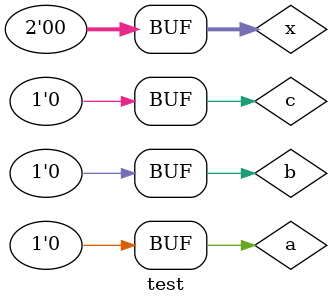
<source format=v>
`timescale 1ns/1ns
module test;
    reg a,b;
    wire c;
    reg [1:0] x=2'b00;
    or uut(c,a,b);
    initial begin
        $dumpfile("test.vcd");
        $dumpvars(0,test); 
        repeat (40) begin
            x=x+1;
            a=x[0];
            b=x[1];
            #50;
        end          
    end
endmodule
</source>
